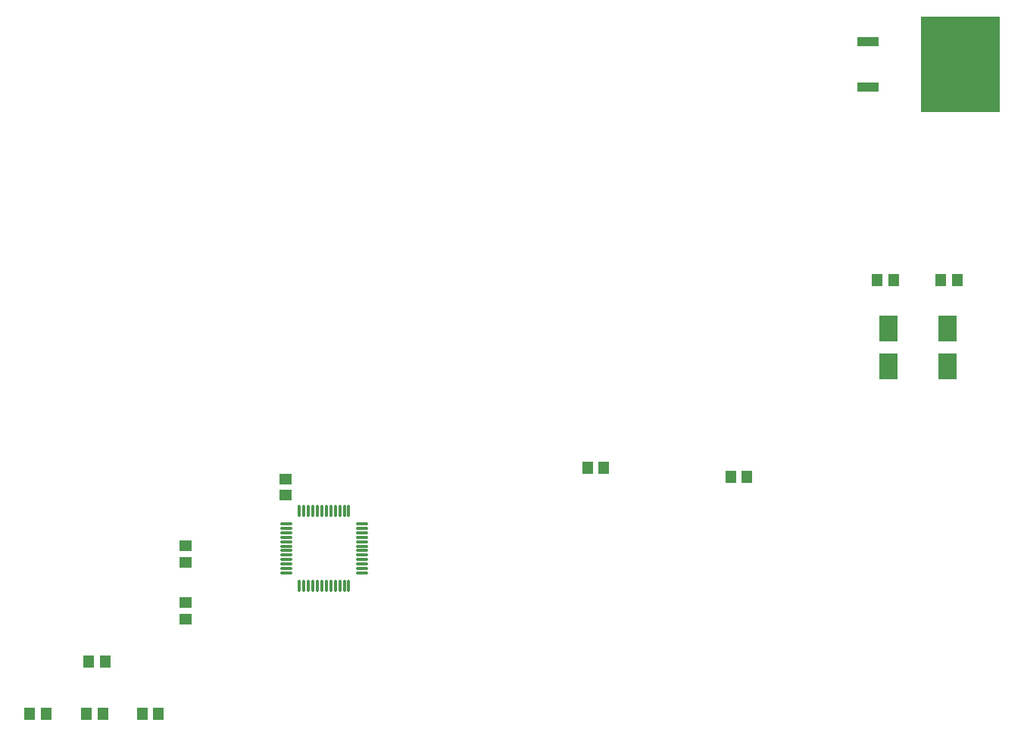
<source format=gtp>
%FSTAX25Y25*%
%MOIN*%
G70*
G01*
G75*
G04 Layer_Color=8421504*
%ADD10R,0.04724X0.05512*%
%ADD11R,0.35039X0.41929*%
%ADD12R,0.09449X0.04134*%
%ADD13R,0.05512X0.04724*%
%ADD14R,0.08465X0.11221*%
%ADD15O,0.01181X0.05709*%
%ADD16O,0.05709X0.01181*%
%ADD17C,0.01000*%
%ADD18C,0.01500*%
%ADD19C,0.03000*%
%ADD20C,0.02000*%
%ADD21C,0.11811*%
%ADD22C,0.11000*%
%ADD23C,0.06693*%
%ADD24O,0.03937X0.07874*%
%ADD25O,0.03937X0.07874*%
%ADD26C,0.07874*%
%ADD27R,0.04724X0.04724*%
%ADD28C,0.04724*%
%ADD29C,0.15748*%
%ADD30C,0.05906*%
%ADD31R,0.05906X0.05906*%
%ADD32R,0.07874X0.07874*%
%ADD33R,0.05906X0.05906*%
%ADD34O,0.30000X0.15000*%
%ADD35C,0.06299*%
%ADD36C,0.05000*%
%ADD37C,0.04000*%
%ADD38C,0.02756*%
%ADD39R,0.02362X0.03347*%
%ADD40R,0.03347X0.02362*%
%ADD41R,0.06693X0.06693*%
%ADD42R,0.06693X0.06693*%
%ADD43C,0.05000*%
%ADD44C,0.10000*%
%ADD45C,0.00984*%
%ADD46C,0.00787*%
%ADD47C,0.02362*%
D10*
X0129957Y0027D02*
D03*
X0137043D02*
D03*
X0105457D02*
D03*
X0112543D02*
D03*
X0080457D02*
D03*
X0087543D02*
D03*
X0388957Y01315D02*
D03*
X0396043D02*
D03*
X0113543Y005D02*
D03*
X0106457D02*
D03*
X0333043Y01355D02*
D03*
X0325957D02*
D03*
X0460543Y0218D02*
D03*
X0453457D02*
D03*
X0481457Y0218D02*
D03*
X0488543D02*
D03*
D11*
X0489976Y0313D02*
D03*
D12*
X0449228Y0303D02*
D03*
Y0323D02*
D03*
D13*
X0149Y0068957D02*
D03*
Y0076043D02*
D03*
X0149Y0101043D02*
D03*
Y0093957D02*
D03*
X0193Y0123457D02*
D03*
Y0130543D02*
D03*
D14*
X04845Y0196768D02*
D03*
Y0180232D02*
D03*
X04585Y0196768D02*
D03*
Y0180232D02*
D03*
D15*
X0199173Y0116634D02*
D03*
X0201142D02*
D03*
X020311D02*
D03*
X0205079D02*
D03*
X0207047D02*
D03*
X0209016D02*
D03*
X0210984D02*
D03*
X0212953D02*
D03*
X0214921D02*
D03*
X021689D02*
D03*
X0218858D02*
D03*
X0220827D02*
D03*
Y0083366D02*
D03*
X0218858D02*
D03*
X021689D02*
D03*
X0214921D02*
D03*
X0212953D02*
D03*
X0210984D02*
D03*
X0209016D02*
D03*
X0207047D02*
D03*
X0205079D02*
D03*
X020311D02*
D03*
X0201142D02*
D03*
X0199173D02*
D03*
D16*
X0226634Y0110827D02*
D03*
Y0108858D02*
D03*
Y010689D02*
D03*
Y0104921D02*
D03*
Y0102953D02*
D03*
Y0100984D02*
D03*
Y0099016D02*
D03*
Y0097047D02*
D03*
Y0095079D02*
D03*
Y009311D02*
D03*
Y0091142D02*
D03*
Y0089173D02*
D03*
X0193366D02*
D03*
Y0091142D02*
D03*
Y009311D02*
D03*
Y0095079D02*
D03*
Y0097047D02*
D03*
Y0099016D02*
D03*
Y0100984D02*
D03*
Y0102953D02*
D03*
Y0104921D02*
D03*
Y010689D02*
D03*
Y0108858D02*
D03*
Y0110827D02*
D03*
M02*

</source>
